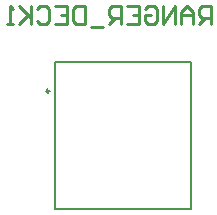
<source format=gbr>
G04*
G04 #@! TF.GenerationSoftware,Altium Limited,Altium Designer,25.8.1 (18)*
G04*
G04 Layer_Color=32896*
%FSLAX25Y25*%
%MOIN*%
G70*
G04*
G04 #@! TF.SameCoordinates,4631C722-686F-4E2B-9103-F4525CE58AF5*
G04*
G04*
G04 #@! TF.FilePolarity,Positive*
G04*
G01*
G75*
%ADD10C,0.00787*%
%ADD12C,0.01000*%
%ADD41C,0.00984*%
D10*
X412205Y268701D02*
Y317520D01*
X366929D02*
X412205D01*
X366929Y317508D02*
Y317520D01*
Y268701D02*
Y317520D01*
Y268701D02*
X412205D01*
D12*
X418635Y330178D02*
Y336176D01*
X415636D01*
X414636Y335176D01*
Y333177D01*
X415636Y332177D01*
X418635D01*
X416635D02*
X414636Y330178D01*
X412637D02*
Y334177D01*
X410637Y336176D01*
X408638Y334177D01*
Y330178D01*
Y333177D01*
X412637D01*
X406638Y330178D02*
Y336176D01*
X402640Y330178D01*
Y336176D01*
X396642Y335176D02*
X397641Y336176D01*
X399641D01*
X400640Y335176D01*
Y331178D01*
X399641Y330178D01*
X397641D01*
X396642Y331178D01*
Y333177D01*
X398641D01*
X390644Y336176D02*
X394642D01*
Y330178D01*
X390644D01*
X394642Y333177D02*
X392643D01*
X388644Y330178D02*
Y336176D01*
X385645D01*
X384646Y335176D01*
Y333177D01*
X385645Y332177D01*
X388644D01*
X386645D02*
X384646Y330178D01*
X382646Y329178D02*
X378648D01*
X376648Y336176D02*
Y330178D01*
X373649D01*
X372650Y331178D01*
Y335176D01*
X373649Y336176D01*
X376648D01*
X366652D02*
X370650D01*
Y330178D01*
X366652D01*
X370650Y333177D02*
X368651D01*
X360653Y335176D02*
X361653Y336176D01*
X363652D01*
X364652Y335176D01*
Y331178D01*
X363652Y330178D01*
X361653D01*
X360653Y331178D01*
X358654Y336176D02*
Y330178D01*
Y332177D01*
X354655Y336176D01*
X357654Y333177D01*
X354655Y330178D01*
X352656D02*
X350657D01*
X351656D01*
Y336176D01*
X352656Y335176D01*
D41*
X364861Y307874D02*
G03*
X364861Y307874I-492J0D01*
G01*
M02*

</source>
